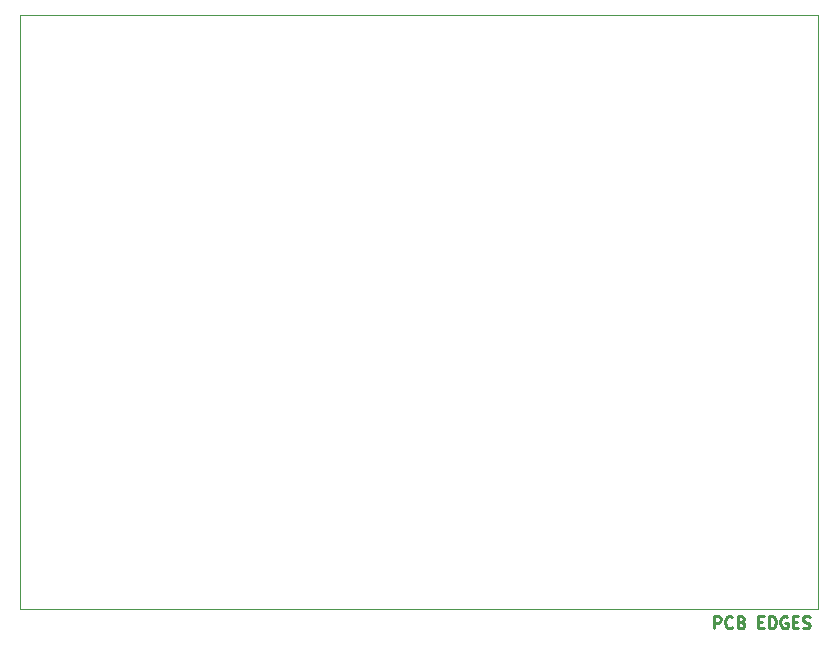
<source format=gbr>
G04 (created by PCBNEW-RS274X (2012-01-19 BZR 3256)-stable) date Fri 08 Jun 2012 05:03:52 PM EEST*
G01*
G70*
G90*
%MOIN*%
G04 Gerber Fmt 3.4, Leading zero omitted, Abs format*
%FSLAX34Y34*%
G04 APERTURE LIST*
%ADD10C,0.006000*%
%ADD11C,0.009800*%
%ADD12C,0.000400*%
G04 APERTURE END LIST*
G54D10*
G54D11*
X73770Y-44982D02*
X73770Y-44588D01*
X73920Y-44588D01*
X73957Y-44607D01*
X73976Y-44626D01*
X73995Y-44664D01*
X73995Y-44720D01*
X73976Y-44757D01*
X73957Y-44776D01*
X73920Y-44795D01*
X73770Y-44795D01*
X74389Y-44945D02*
X74370Y-44964D01*
X74314Y-44982D01*
X74276Y-44982D01*
X74220Y-44964D01*
X74183Y-44926D01*
X74164Y-44889D01*
X74145Y-44814D01*
X74145Y-44757D01*
X74164Y-44682D01*
X74183Y-44645D01*
X74220Y-44607D01*
X74276Y-44588D01*
X74314Y-44588D01*
X74370Y-44607D01*
X74389Y-44626D01*
X74689Y-44776D02*
X74745Y-44795D01*
X74764Y-44814D01*
X74783Y-44851D01*
X74783Y-44907D01*
X74764Y-44945D01*
X74745Y-44964D01*
X74708Y-44982D01*
X74558Y-44982D01*
X74558Y-44588D01*
X74689Y-44588D01*
X74727Y-44607D01*
X74745Y-44626D01*
X74764Y-44664D01*
X74764Y-44701D01*
X74745Y-44739D01*
X74727Y-44757D01*
X74689Y-44776D01*
X74558Y-44776D01*
X75252Y-44776D02*
X75383Y-44776D01*
X75439Y-44982D02*
X75252Y-44982D01*
X75252Y-44588D01*
X75439Y-44588D01*
X75608Y-44982D02*
X75608Y-44588D01*
X75702Y-44588D01*
X75758Y-44607D01*
X75795Y-44645D01*
X75814Y-44682D01*
X75833Y-44757D01*
X75833Y-44814D01*
X75814Y-44889D01*
X75795Y-44926D01*
X75758Y-44964D01*
X75702Y-44982D01*
X75608Y-44982D01*
X76208Y-44607D02*
X76171Y-44588D01*
X76114Y-44588D01*
X76058Y-44607D01*
X76021Y-44645D01*
X76002Y-44682D01*
X75983Y-44757D01*
X75983Y-44814D01*
X76002Y-44889D01*
X76021Y-44926D01*
X76058Y-44964D01*
X76114Y-44982D01*
X76152Y-44982D01*
X76208Y-44964D01*
X76227Y-44945D01*
X76227Y-44814D01*
X76152Y-44814D01*
X76396Y-44776D02*
X76527Y-44776D01*
X76583Y-44982D02*
X76396Y-44982D01*
X76396Y-44588D01*
X76583Y-44588D01*
X76733Y-44964D02*
X76789Y-44982D01*
X76883Y-44982D01*
X76921Y-44964D01*
X76939Y-44945D01*
X76958Y-44907D01*
X76958Y-44870D01*
X76939Y-44832D01*
X76921Y-44814D01*
X76883Y-44795D01*
X76808Y-44776D01*
X76771Y-44757D01*
X76752Y-44739D01*
X76733Y-44701D01*
X76733Y-44664D01*
X76752Y-44626D01*
X76771Y-44607D01*
X76808Y-44588D01*
X76902Y-44588D01*
X76958Y-44607D01*
G54D12*
X50640Y-44360D02*
X77244Y-44360D01*
X50640Y-24537D02*
X77244Y-24537D01*
X50640Y-44360D02*
X50640Y-24537D01*
X77244Y-44360D02*
X77244Y-24537D01*
M02*

</source>
